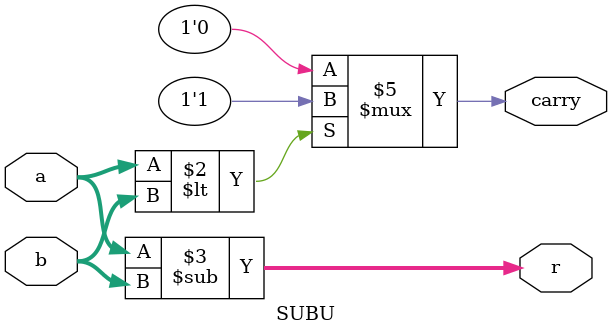
<source format=v>
`timescale 1ns / 1ns
module SUBU(
    input [31:0] a,
    input [31:0] b,
    output[31:0] r,
    output reg carry
    );
    always@(*)
    begin
        if(a<b)
            carry=1;
        else
            carry=0;
    end
    assign r=a-b;
endmodule
</source>
